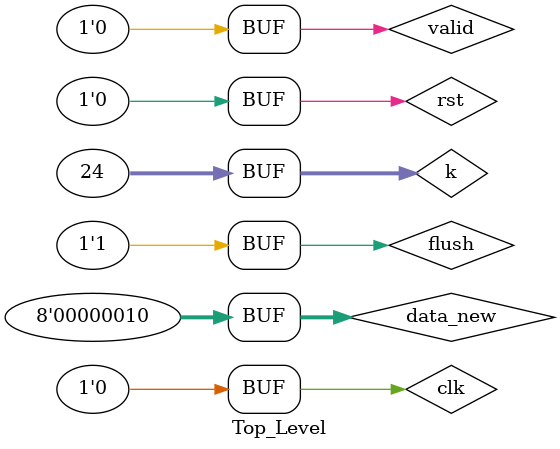
<source format=v>

`define N 22 // sorter size
`define Width 8

`define IDLE 0
`define DESCENDING 1
`define ASCENDING  2
`define FLUSH 3


module Topn_module(clk, nreset, invalidate, mode, data_new, data_new_delayed, shift_in, data_in, valid_in, was_valid_in, shift_out, data_out, valid_out, was_valid_out);

	input clk, nreset, invalidate;
	input [1:0] mode;
	input[`Width-1:0] data_new;
	input[`Width-1:0] data_new_delayed;
	
	input shift_in;	
	input[`Width-1:0] data_in;
	input valid_in;
	input was_valid_in;
	
	output reg shift_out;
	output reg[`Width-1:0] data_out;
	output reg valid_out;
	output reg was_valid_out;

	reg bubble;
	reg pending_flush;
		
	reg [`Width-1:0] current_local;
	reg valid_local;	
	
	always @(posedge clk) begin
	
		if (!nreset) begin
				valid_out<=0;
				was_valid_out<=0;
		
				shift_out<=0;
				valid_local<=0;
				bubble=0;
				pending_flush=0;
				
		end else begin		

			if (invalidate)	begin
				was_valid_out<=valid_out;
			end
			
			current_local=data_out;
			valid_out <= valid_out & !invalidate/*d*/;// & (bubble==0);		
			
			if ((shift_out==1) /*&& (bubble==0)*/) begin 
				
				if ((shift_in==1)) begin
					if ((valid_in==1)/*|invalidated*//*& !invalidated*//*|| (mode==`FLUSH)*/) begin	
						current_local = data_in;
						valid_local = valid_in;//1
						//invalidated=0;
						data_out <= data_in;
						was_valid_out <= invalidate;//was_valid_in;//0
						valid_out <= !invalidate;
						//if(data_in==32'h250)
						//$display("%h %h %h",current_local, data_in, invalidated);
						/*if ((valid_in==0)&&(valid_out==1)) begin 
							bubble<=1;
						end*/
					end	else begin
						valid_local = 0;						
						data_out <= data_in;
						valid_out <= valid_in;
						was_valid_out <= was_valid_in;						
					end				
				end	else begin			 
					current_local = data_new_delayed;
					valid_local = !invalidate/*d*/;//1
					//invalidated=0;
					was_valid_out <=invalidate;//;0;
					data_out <= data_new_delayed;
					//if(data_new_delayed==32'h250)
					//	$display("%h %h",current_local, data_new_delayed, invalidated);
					valid_out <= /*1 &*/ /*(mode!=`FLUSH) &??? just removed*/ !invalidate/*d*/;// nreset;
				end										
			end	else begin
				if (pending_flush|(valid_out==0)) begin
					data_out <= data_in;
					
					valid_out <= valid_in;
					was_valid_out <= was_valid_in;
					if ((valid_in==0) && (valid_out==1) && (was_valid_out==0)) begin 
						bubble=1;					
						//$display("%h", data_out);
						//shift_out<=0;
					end	
					current_local=data_in;
					valid_local=valid_in;
						
					if ((valid_in==1) && (valid_out==0) /*&& (was_valid_out==1)*/ && (!pending_flush)) begin
						valid_out <=0;
						valid_local=0;
						if (data_in==32'h11 && data_out==32'h979)
						$display("%h %h %h",valid_in, valid_out, was_valid_out);
					end		
				end else begin 
					valid_local=valid_out;
				end
				
				//valid_local=valid_out;	
				//$display("WHAAAAT?");
			end			
		

			if (((mode==`ASCENDING)|(mode==`DESCENDING)) && (bubble==0) /*&&(was_valid_out==0)&& !invalidate*/) begin				
				if (valid_local && !invalidate/*nreset !invalidated*/ ) begin																		
					shift_out <= /*invalidated|*/((mode==`ASCENDING) & (data_new<=current_local)) | ((mode==`DESCENDING) & (data_new>=current_local));
				end else begin					
					shift_out <=1;//!bubble;//1;
				end					
			end else begin
				shift_out <=0;

			end
			pending_flush<=(mode==`FLUSH);			
		end				
	end
		
endmodule //Topn_module

module sorter(clk, rst, flush, data_i, data_i_v, data_o, data_o_v);
	input clk, rst, flush;
	//input [1:0] mode;
	input [`Width-1:0] data_i;
	input data_i_v;
	output reg [`Width-1:0] data_o;
	output data_o_v;

	wire [`Width-1:0] data_out[`N-1:0];
	wire shift_out[`N-1:0];
	wire valid_out[`N-1:0];
	wire was_valid_out[`N-1:0];
		
	reg[`Width-1:0] data_new_delayed;
	
	assign data_o_v=(was_valid_out[`N-1]);//|valid_out[`N-1]);
	
	wire [1:0] mode = data_i_v?`DESCENDING:`IDLE;
		
	always @(mode, valid_out[`N-1],was_valid_out[`N-1], data_out[`N-1], shift_out[`N-1], data_i) begin
		if (was_valid_out[`N-1]|shift_out[`N-1]|(mode==`FLUSH))
			data_o=data_out[`N-1];
		else
			data_o=data_i;				
	end

	genvar i;
	
	//reg [1:0] mode=data_i_v?`DESCENDING:`IDLE;

	generate
		Topn_module module0(clk, !rst, flush, mode, data_i, data_new_delayed, 1'b0, 0, 1'b0, 1'b0, shift_out[0], data_out[0], valid_out[0], was_valid_out[0]);
    	for (i=1; i<`N; i=i+1) begin
        	Topn_module modules(clk, !rst, flush, mode, data_i, data_new_delayed, shift_out[i-1], data_out[i-1], valid_out[i-1], was_valid_out[i-1], shift_out[i], data_out[i], valid_out[i], was_valid_out[i]);
    	end
	endgenerate
	
	always @(posedge clk) begin
		if (data_i_v)
			data_new_delayed <= data_i;		
	end

endmodule


module Top_Level();
	reg clk, flush, valid, rst;
	//reg [1:0] mode;
	reg [`Width-1:0] data_new;
	
	wire [`Width-1:0] data_o;
	wire data_o_v;

	sorter s (clk, rst, flush, data_new, valid, data_o, data_o_v);
	
	always @(posedge clk) begin
		if (data_o_v) begin
			$display(data_o);
		end		
	end
	
	
integer k;
	initial begin

		flush=0;
		rst=1;
		valid=0;
		//mode=`IDLE;

		
		clk=1; #10 clk=0; #10 
		valid=1;
		rst=0;
		//reset=0;
		//mode=	`DESCENDING;//`ASCENDING; //
		
		k=1;//`N;		
		repeat(`N)
		begin
			data_new=(k*97)%13;//`N-k;//
			$display("inserting ",data_new);
		    clk=1; #10 clk=0; #10 

		    
		    k=k+1;
		end
		//k=1;//`N;
		
		//data_new=-1;
		valid=0;
		//mode=`IDLE;
		flush=1;
				
		
		k=k+1;
		repeat(`N*2)
		begin
			clk=1; #10 clk=0; #10 ;
		end
		
		$display("End of Testbench\n");

		
	end
endmodule //Top_Level

</source>
